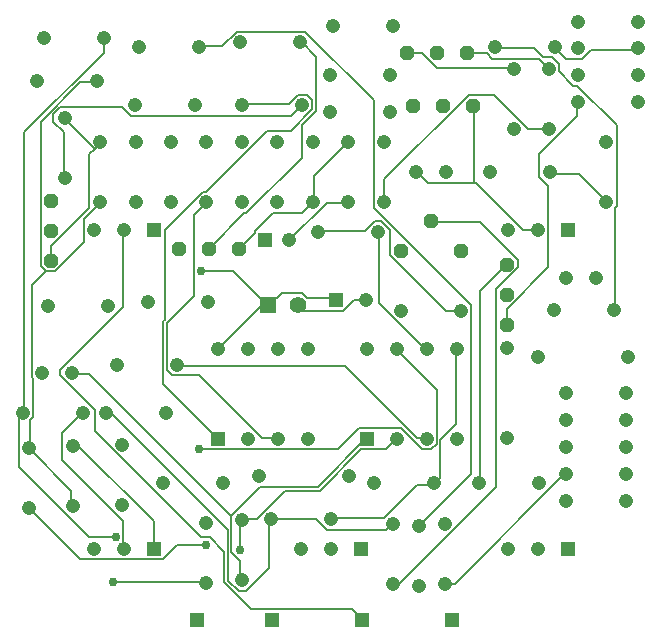
<source format=gbr>
G04 EAGLE Gerber RS-274X export*
G75*
%MOMM*%
%FSLAX34Y34*%
%LPD*%
%INBottom Copper*%
%IPPOS*%
%AMOC8*
5,1,8,0,0,1.08239X$1,22.5*%
G01*
%ADD10R,1.208000X1.208000*%
%ADD11C,1.208000*%
%ADD12R,1.408000X1.408000*%
%ADD13C,1.408000*%
%ADD14P,1.307527X8X292.500000*%
%ADD15P,1.307527X8X22.500000*%
%ADD16C,0.152400*%
%ADD17C,0.756400*%


D10*
X240400Y220000D03*
X490400Y280000D03*
D11*
X439600Y280000D03*
X465000Y280000D03*
X41300Y675700D03*
X92100Y675700D03*
X465000Y441900D03*
X541200Y441900D03*
X438800Y373800D03*
X438800Y450000D03*
X326900Y335200D03*
X377700Y335200D03*
X488700Y509000D03*
X514100Y509000D03*
X229300Y341900D03*
X305500Y341900D03*
X148000Y335200D03*
X198800Y335200D03*
X127500Y705000D03*
X178300Y705000D03*
X46800Y712700D03*
X97600Y712700D03*
X113300Y368100D03*
X113300Y317300D03*
X123720Y655700D03*
X174520Y655700D03*
X71300Y316500D03*
X71300Y367300D03*
X159900Y435200D03*
X109100Y435200D03*
X45200Y429000D03*
X70600Y429000D03*
X135500Y488700D03*
X186300Y488700D03*
X50200Y485200D03*
X101000Y485200D03*
X362200Y599000D03*
X387600Y599000D03*
D10*
X234400Y541700D03*
D11*
X254400Y541700D03*
D10*
X294000Y490800D03*
D11*
X319400Y490800D03*
X214700Y655700D03*
X265500Y655700D03*
X213300Y708700D03*
X264100Y708700D03*
X291700Y722700D03*
X342500Y722700D03*
X289500Y681400D03*
X340300Y681400D03*
X415800Y335200D03*
X466600Y335200D03*
X424400Y598700D03*
X475200Y598700D03*
X523100Y573300D03*
X523100Y624100D03*
D12*
X236900Y486000D03*
D13*
X262300Y486000D03*
D10*
X490400Y550000D03*
D11*
X439600Y550000D03*
X465000Y550000D03*
D10*
X392800Y220000D03*
X194500Y372700D03*
D11*
X219900Y372700D03*
X219900Y448900D03*
X194500Y448900D03*
X245300Y372700D03*
X270700Y372700D03*
X245300Y448900D03*
X270700Y448900D03*
D10*
X320200Y372700D03*
D11*
X345600Y372700D03*
X345600Y448900D03*
X320200Y448900D03*
X371000Y372700D03*
X396400Y372700D03*
X371000Y448900D03*
X396400Y448900D03*
D10*
X176900Y220000D03*
X315400Y280000D03*
D11*
X264600Y280000D03*
X290000Y280000D03*
D10*
X316600Y220000D03*
D14*
X52900Y574400D03*
X52900Y549000D03*
X52900Y523600D03*
D15*
X161300Y534000D03*
X186700Y534000D03*
X212100Y534000D03*
X359500Y655200D03*
X384900Y655200D03*
X410300Y655200D03*
D14*
X438700Y520600D03*
X438700Y495200D03*
X438700Y469800D03*
D11*
X244600Y573600D03*
X244600Y624400D03*
X124600Y573600D03*
X124600Y624400D03*
X444600Y635100D03*
X444600Y685900D03*
X474600Y635100D03*
X474600Y685900D03*
X340000Y650000D03*
X289200Y650000D03*
X334600Y624400D03*
X334600Y573600D03*
X499200Y658000D03*
X550000Y658000D03*
X499200Y681000D03*
X550000Y681000D03*
X499200Y704000D03*
X550000Y704000D03*
X479200Y482000D03*
X530000Y482000D03*
X480000Y705000D03*
X429200Y705000D03*
X214600Y573600D03*
X214600Y624400D03*
D15*
X349200Y532000D03*
X400000Y532000D03*
X374600Y557400D03*
D11*
X489200Y320000D03*
X540000Y320000D03*
X489200Y343000D03*
X540000Y343000D03*
X489200Y389000D03*
X540000Y389000D03*
X342500Y249800D03*
X342500Y300600D03*
X540000Y366000D03*
X489200Y366000D03*
X489200Y412000D03*
X540000Y412000D03*
X239200Y305000D03*
X290000Y305000D03*
X279200Y548000D03*
X330000Y548000D03*
X349200Y481000D03*
X400000Y481000D03*
X184600Y573600D03*
X184600Y624400D03*
X364600Y248600D03*
X364600Y299400D03*
X34600Y314600D03*
X34600Y365400D03*
X29200Y395000D03*
X80000Y395000D03*
X99200Y395000D03*
X150000Y395000D03*
X214600Y253600D03*
X214600Y304400D03*
X184600Y250600D03*
X184600Y301400D03*
X386300Y249800D03*
X386300Y300600D03*
X64600Y644400D03*
X64600Y593600D03*
X94600Y573600D03*
X94600Y624400D03*
X274600Y573600D03*
X274600Y624400D03*
X304600Y573600D03*
X304600Y624400D03*
X499200Y726000D03*
X550000Y726000D03*
X154600Y573600D03*
X154600Y624400D03*
D10*
X140400Y280000D03*
D11*
X89600Y280000D03*
X115000Y280000D03*
D10*
X140400Y550000D03*
D11*
X89600Y550000D03*
X115000Y550000D03*
D15*
X354600Y700000D03*
X380000Y700000D03*
X405400Y700000D03*
D16*
X243840Y373380D02*
X231648Y373380D01*
X178308Y426720D01*
X155448Y426720D01*
X150876Y431292D01*
X150876Y470916D01*
X173736Y493776D01*
X173736Y562356D01*
X184404Y573024D01*
X243840Y373380D02*
X245300Y372700D01*
X184404Y573024D02*
X184600Y573600D01*
X214884Y656844D02*
X254508Y656844D01*
X262128Y664464D01*
X269748Y664464D01*
X274320Y659892D01*
X274320Y652272D01*
X256032Y633984D01*
X236220Y633984D01*
X184404Y582168D01*
X181356Y582168D01*
X149352Y550164D01*
X149352Y473964D01*
X147828Y472440D01*
X147828Y419100D01*
X193548Y373380D01*
X214700Y655700D02*
X214884Y656844D01*
X193548Y373380D02*
X194500Y372700D01*
X239268Y304800D02*
X277368Y304800D01*
X286512Y295656D01*
X336804Y295656D01*
X341376Y300228D01*
X239268Y304800D02*
X239200Y305000D01*
X341376Y300228D02*
X342500Y300600D01*
X103632Y394716D02*
X100584Y394716D01*
X103632Y394716D02*
X202692Y295656D01*
X202692Y252984D01*
X211836Y243840D01*
X217932Y243840D01*
X237744Y263652D01*
X237744Y304800D01*
X100584Y394716D02*
X99200Y395000D01*
X237744Y304800D02*
X239200Y305000D01*
X64008Y594360D02*
X64008Y632460D01*
X54864Y641604D01*
X54864Y647700D01*
X60960Y653796D01*
X112776Y653796D01*
X120396Y646176D01*
X256032Y646176D01*
X265176Y655320D01*
X64600Y593600D02*
X64008Y594360D01*
X265176Y655320D02*
X265500Y655700D01*
X53340Y536448D02*
X53340Y524256D01*
X53340Y536448D02*
X85344Y568452D01*
X85344Y614172D01*
X89916Y618744D02*
X94488Y623316D01*
X89916Y618744D02*
X85344Y614172D01*
X53340Y524256D02*
X52900Y523600D01*
X94488Y623316D02*
X94600Y624400D01*
X89916Y618744D02*
X65532Y643128D01*
X64600Y644400D01*
X70104Y329184D02*
X70104Y316992D01*
X70104Y329184D02*
X35052Y364236D01*
X70104Y316992D02*
X71300Y316500D01*
X35052Y364236D02*
X34600Y365400D01*
X77724Y675132D02*
X91440Y675132D01*
X77724Y675132D02*
X44196Y641604D01*
X44196Y519684D01*
X48768Y515112D01*
X56388Y515112D01*
X80772Y539496D01*
X80772Y559308D01*
X94488Y573024D01*
X91440Y675132D02*
X92100Y675700D01*
X94600Y573600D02*
X94488Y573024D01*
X35052Y388620D02*
X35052Y365760D01*
X35052Y388620D02*
X38100Y391668D01*
X38100Y423672D01*
X36576Y425196D01*
X36576Y502920D01*
X48768Y515112D01*
X35052Y365760D02*
X34600Y365400D01*
X387096Y249936D02*
X394716Y249936D01*
X487680Y342900D01*
X387096Y249936D02*
X386300Y249800D01*
X487680Y342900D02*
X489200Y343000D01*
X510540Y702564D02*
X548640Y702564D01*
X510540Y702564D02*
X502920Y694944D01*
X489204Y694944D01*
X480060Y704088D01*
X548640Y702564D02*
X550000Y704000D01*
X480060Y704088D02*
X480000Y705000D01*
X318516Y490728D02*
X309372Y490728D01*
X300228Y481584D01*
X266700Y481584D01*
X263652Y484632D01*
X318516Y490728D02*
X319400Y490800D01*
X263652Y484632D02*
X262300Y486000D01*
X286512Y573024D02*
X303276Y573024D01*
X286512Y573024D02*
X254508Y541020D01*
X303276Y573024D02*
X304600Y573600D01*
X254400Y541700D02*
X254508Y541020D01*
X457200Y635508D02*
X473964Y635508D01*
X457200Y635508D02*
X428244Y664464D01*
X406908Y664464D01*
X335280Y592836D01*
X335280Y574548D01*
X473964Y635508D02*
X474600Y635100D01*
X335280Y574548D02*
X334600Y573600D01*
X216408Y563880D02*
X187452Y534924D01*
X216408Y563880D02*
X217932Y563880D01*
X265176Y611124D01*
X265176Y638556D01*
X277368Y650748D01*
X277368Y696468D01*
X265176Y708660D01*
X187452Y534924D02*
X186700Y534000D01*
X264100Y708700D02*
X265176Y708660D01*
X225552Y547116D02*
X213360Y534924D01*
X225552Y547116D02*
X225552Y548640D01*
X240792Y563880D01*
X265176Y563880D01*
X274320Y573024D01*
X213360Y534924D02*
X212100Y534000D01*
X274320Y573024D02*
X274600Y573600D01*
X275844Y574548D02*
X275844Y595884D01*
X303276Y623316D01*
X275844Y574548D02*
X274600Y573600D01*
X303276Y623316D02*
X304600Y624400D01*
X355092Y699516D02*
X367284Y699516D01*
X379476Y687324D01*
X443484Y687324D01*
X355092Y699516D02*
X354600Y700000D01*
X443484Y687324D02*
X444600Y685900D01*
X207264Y515112D02*
X179832Y515112D01*
X233172Y489204D02*
X236220Y486156D01*
X233172Y489204D02*
X207264Y515112D01*
X236220Y486156D02*
X236900Y486000D01*
X269748Y492252D02*
X292608Y492252D01*
X269748Y492252D02*
X265176Y496824D01*
X248412Y496824D01*
X237744Y486156D01*
X292608Y492252D02*
X294000Y490800D01*
X237744Y486156D02*
X236900Y486000D01*
X342900Y249936D02*
X347472Y249936D01*
X429768Y332232D01*
X429768Y499872D01*
X448056Y518160D01*
X448056Y524256D01*
X416052Y556260D01*
X374904Y556260D01*
X342900Y249936D02*
X342500Y249800D01*
X374904Y556260D02*
X374600Y557400D01*
D17*
X179832Y515112D03*
D16*
X233172Y487680D02*
X195072Y449580D01*
X233172Y487680D02*
X233172Y489204D01*
X195072Y449580D02*
X194500Y448900D01*
X233172Y489204D02*
X236900Y486000D01*
X530352Y483108D02*
X530352Y568452D01*
X531876Y569976D01*
X531876Y638556D01*
X498348Y672084D01*
X495300Y672084D01*
X483108Y684276D01*
X483108Y690372D01*
X477012Y696468D01*
X469392Y696468D01*
X461772Y704088D01*
X429768Y704088D01*
X530352Y483108D02*
X530000Y482000D01*
X429768Y704088D02*
X429200Y705000D01*
X475488Y597408D02*
X499872Y597408D01*
X522732Y574548D01*
X475488Y597408D02*
X475200Y598700D01*
X522732Y574548D02*
X523100Y573300D01*
X422148Y699516D02*
X406908Y699516D01*
X422148Y699516D02*
X426720Y694944D01*
X466344Y694944D01*
X473964Y687324D01*
X406908Y699516D02*
X405400Y700000D01*
X473964Y687324D02*
X474600Y685900D01*
X438912Y483108D02*
X438912Y470916D01*
X438912Y483108D02*
X473964Y518160D01*
X473964Y586740D01*
X466344Y594360D01*
X466344Y614172D01*
X498348Y646176D01*
X498348Y656844D01*
X438912Y470916D02*
X438700Y469800D01*
X498348Y656844D02*
X499200Y658000D01*
X416052Y498348D02*
X416052Y335280D01*
X416052Y498348D02*
X437388Y519684D01*
X416052Y335280D02*
X415800Y335200D01*
X437388Y519684D02*
X438700Y520600D01*
X335280Y306324D02*
X291084Y306324D01*
X335280Y306324D02*
X362712Y333756D01*
X376428Y333756D01*
X291084Y306324D02*
X290000Y305000D01*
X376428Y333756D02*
X377700Y335200D01*
X396240Y385572D02*
X396240Y448056D01*
X396240Y385572D02*
X382524Y371856D01*
X382524Y339852D01*
X377952Y335280D01*
X396240Y448056D02*
X396400Y448900D01*
X377952Y335280D02*
X377700Y335200D01*
X330708Y487680D02*
X330708Y547116D01*
X330708Y487680D02*
X370332Y448056D01*
X330708Y547116D02*
X330000Y548000D01*
X371000Y448900D02*
X370332Y448056D01*
X295656Y364236D02*
X178308Y364236D01*
X295656Y364236D02*
X313944Y382524D01*
X348996Y382524D01*
X367284Y364236D01*
X374904Y364236D01*
X379476Y368808D01*
X379476Y414528D01*
X345948Y448056D01*
X345600Y448900D01*
D17*
X178308Y364236D03*
D16*
X280416Y548640D02*
X318516Y548640D01*
X327660Y557784D01*
X332232Y557784D01*
X339852Y550164D01*
X339852Y528828D01*
X387096Y481584D01*
X399288Y481584D01*
X280416Y548640D02*
X279200Y548000D01*
X399288Y481584D02*
X400000Y481000D01*
X198120Y705612D02*
X178308Y705612D01*
X198120Y705612D02*
X210312Y717804D01*
X268224Y717804D01*
X326136Y659892D01*
X326136Y568452D01*
X408432Y486156D01*
X408432Y342900D01*
X365760Y300228D01*
X178300Y705000D02*
X178308Y705612D01*
X365760Y300228D02*
X364600Y299400D01*
X184404Y283464D02*
X160020Y283464D01*
X147828Y271272D01*
X77724Y271272D01*
X35052Y313944D01*
X34600Y314600D01*
D17*
X184404Y283464D03*
D16*
X108204Y289560D02*
X85344Y289560D01*
X25908Y348996D01*
X25908Y391668D01*
X28956Y394716D01*
X29200Y395000D01*
X97536Y699516D02*
X97536Y711708D01*
X97536Y699516D02*
X30480Y632460D01*
X30480Y396240D01*
X97536Y711708D02*
X97600Y712700D01*
X30480Y396240D02*
X29200Y395000D01*
D17*
X108204Y289560D03*
D16*
X114300Y280416D02*
X114300Y303276D01*
X62484Y355092D01*
X62484Y377952D01*
X79248Y394716D01*
X114300Y280416D02*
X115000Y280000D01*
X79248Y394716D02*
X80000Y395000D01*
X140208Y303276D02*
X140208Y280416D01*
X140208Y303276D02*
X76200Y367284D01*
X71628Y367284D01*
X140208Y280416D02*
X140400Y280000D01*
X71628Y367284D02*
X71300Y367300D01*
X362712Y373380D02*
X370332Y373380D01*
X362712Y373380D02*
X301752Y434340D01*
X160020Y434340D01*
X370332Y373380D02*
X371000Y372700D01*
X160020Y434340D02*
X159900Y435200D01*
X214884Y304800D02*
X227076Y304800D01*
X251460Y329184D01*
X280416Y329184D01*
X315468Y364236D01*
X336804Y364236D02*
X344424Y371856D01*
X214884Y304800D02*
X214600Y304400D01*
X344424Y371856D02*
X345600Y372700D01*
X184404Y251460D02*
X105156Y251460D01*
X184404Y251460D02*
X184600Y250600D01*
X213360Y278892D02*
X213360Y303276D01*
X214600Y304400D01*
D17*
X105156Y251460D03*
X213360Y278892D03*
D16*
X315468Y364236D02*
X336804Y364236D01*
X213360Y269748D02*
X213360Y254508D01*
X213360Y269748D02*
X205740Y277368D01*
X205740Y307848D01*
X230124Y332232D01*
X278892Y332232D01*
X320040Y373380D01*
X214600Y253600D02*
X213360Y254508D01*
X320200Y372700D02*
X320040Y373380D01*
X85344Y428244D02*
X71628Y428244D01*
X85344Y428244D02*
X205740Y307848D01*
X71628Y428244D02*
X70600Y429000D01*
X114300Y484632D02*
X114300Y548640D01*
X114300Y484632D02*
X60960Y431292D01*
X60960Y426720D01*
X89916Y397764D01*
X89916Y379476D01*
X179832Y289560D01*
X187452Y289560D01*
X199644Y277368D01*
X199644Y251460D01*
X222504Y228600D01*
X307848Y228600D01*
X315468Y220980D01*
X114300Y548640D02*
X115000Y550000D01*
X315468Y220980D02*
X316600Y220000D01*
X452628Y550164D02*
X464820Y550164D01*
X452628Y550164D02*
X413004Y589788D01*
X411480Y589788D02*
X371856Y589788D01*
X411480Y589788D02*
X413004Y589788D01*
X371856Y589788D02*
X362712Y598932D01*
X464820Y550164D02*
X465000Y550000D01*
X362712Y598932D02*
X362200Y599000D01*
X411480Y589788D02*
X411480Y653796D01*
X410300Y655200D01*
M02*

</source>
